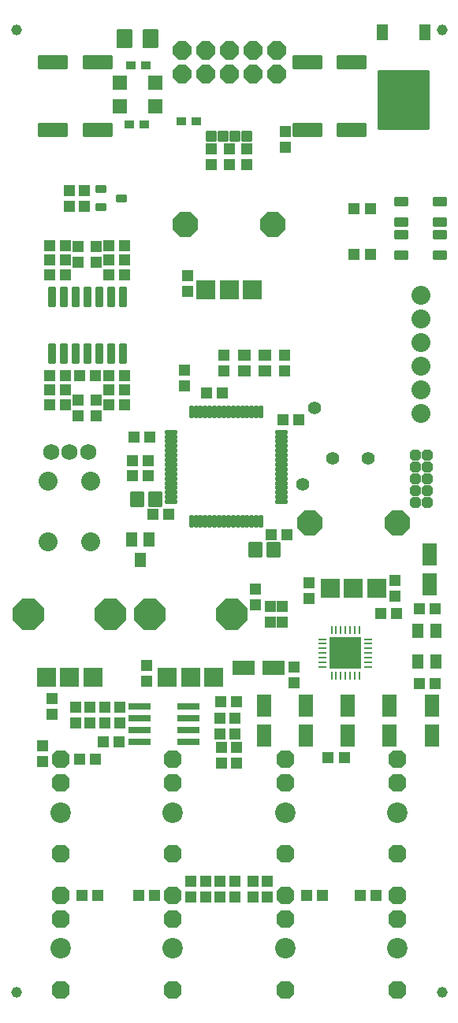
<source format=gbr>
%TF.GenerationSoftware,KiCad,Pcbnew,(6.0.11-0)*%
%TF.CreationDate,2023-05-29T14:14:04+02:00*%
%TF.ProjectId,warps,77617270-732e-46b6-9963-61645f706362,rev?*%
%TF.SameCoordinates,Original*%
%TF.FileFunction,Soldermask,Top*%
%TF.FilePolarity,Negative*%
%FSLAX46Y46*%
G04 Gerber Fmt 4.6, Leading zero omitted, Abs format (unit mm)*
G04 Created by KiCad (PCBNEW (6.0.11-0)) date 2023-05-29 14:14:04*
%MOMM*%
%LPD*%
G01*
G04 APERTURE LIST*
G04 Aperture macros list*
%AMRoundRect*
0 Rectangle with rounded corners*
0 $1 Rounding radius*
0 $2 $3 $4 $5 $6 $7 $8 $9 X,Y pos of 4 corners*
0 Add a 4 corners polygon primitive as box body*
4,1,4,$2,$3,$4,$5,$6,$7,$8,$9,$2,$3,0*
0 Add four circle primitives for the rounded corners*
1,1,$1+$1,$2,$3*
1,1,$1+$1,$4,$5*
1,1,$1+$1,$6,$7*
1,1,$1+$1,$8,$9*
0 Add four rect primitives between the rounded corners*
20,1,$1+$1,$2,$3,$4,$5,0*
20,1,$1+$1,$4,$5,$6,$7,0*
20,1,$1+$1,$6,$7,$8,$9,0*
20,1,$1+$1,$8,$9,$2,$3,0*%
%AMFreePoly0*
4,1,25,0.417216,0.947373,0.422118,0.942882,0.942882,0.422118,0.964910,0.374877,0.965200,0.368236,0.965200,-0.368236,0.947373,-0.417216,0.942882,-0.422118,0.422118,-0.942882,0.374877,-0.964910,0.368236,-0.965200,-0.368236,-0.965200,-0.417216,-0.947373,-0.422118,-0.942882,-0.942882,-0.422118,-0.964910,-0.374877,-0.965200,-0.368236,-0.965200,0.368236,-0.947373,0.417216,-0.942882,0.422118,
-0.422118,0.942882,-0.374877,0.964910,-0.368236,0.965200,0.368236,0.965200,0.417216,0.947373,0.417216,0.947373,$1*%
%AMFreePoly1*
4,1,25,0.706544,1.645873,0.711446,1.641382,1.641382,0.711446,1.663410,0.664205,1.663700,0.657564,1.663700,-0.657564,1.645873,-0.706544,1.641382,-0.711446,0.711446,-1.641382,0.664205,-1.663410,0.657564,-1.663700,-0.657564,-1.663700,-0.706544,-1.645873,-0.711446,-1.641382,-1.641382,-0.711446,-1.663410,-0.664205,-1.663700,-0.657564,-1.663700,0.657564,-1.645873,0.706544,-1.641382,0.711446,
-0.711446,1.641382,-0.664205,1.663410,-0.657564,1.663700,0.657564,1.663700,0.706544,1.645873,0.706544,1.645873,$1*%
%AMFreePoly2*
4,1,25,0.575031,1.328373,0.579933,1.323882,1.323882,0.579933,1.345910,0.532692,1.346200,0.526051,1.346200,-0.526051,1.328373,-0.575031,1.323882,-0.579933,0.579933,-1.323882,0.532692,-1.345910,0.526051,-1.346200,-0.526051,-1.346200,-0.575031,-1.328373,-0.579933,-1.323882,-1.323882,-0.579933,-1.345910,-0.532692,-1.346200,-0.526051,-1.346200,0.526051,-1.328373,0.575031,-1.323882,0.579933,
-0.579933,1.323882,-0.532692,1.345910,-0.526051,1.346200,0.526051,1.346200,0.575031,1.328373,0.575031,1.328373,$1*%
%AMFreePoly3*
4,1,25,0.269922,0.591773,0.274824,0.587282,0.587282,0.274824,0.609310,0.227583,0.609600,0.220942,0.609600,-0.220942,0.591773,-0.269922,0.587282,-0.274824,0.274824,-0.587282,0.227583,-0.609310,0.220942,-0.609600,-0.220942,-0.609600,-0.269922,-0.591773,-0.274824,-0.587282,-0.587282,-0.274824,-0.609310,-0.227583,-0.609600,-0.220942,-0.609600,0.220942,-0.591773,0.269922,-0.587282,0.274824,
-0.274824,0.587282,-0.227583,0.609310,-0.220942,0.609600,0.220942,0.609600,0.269922,0.591773,0.269922,0.591773,$1*%
%AMFreePoly4*
4,1,25,0.438258,0.998173,0.443160,0.993682,0.993682,0.443160,1.015710,0.395919,1.016000,0.389278,1.016000,-0.389278,0.998173,-0.438258,0.993682,-0.443160,0.443160,-0.993682,0.395919,-1.015710,0.389278,-1.016000,-0.389278,-1.016000,-0.438258,-0.998173,-0.443160,-0.993682,-0.993682,-0.443160,-1.015710,-0.395919,-1.016000,-0.389278,-1.016000,0.389278,-0.998173,0.438258,-0.993682,0.443160,
-0.443160,0.993682,-0.395919,1.015710,-0.389278,1.016000,0.389278,1.016000,0.438258,0.998173,0.438258,0.998173,$1*%
G04 Aperture macros list end*
%ADD10R,1.400000X1.200000*%
%ADD11R,1.300000X1.600000*%
%ADD12RoundRect,0.076200X0.150000X0.600000X-0.150000X0.600000X-0.150000X-0.600000X0.150000X-0.600000X0*%
%ADD13RoundRect,0.076200X-0.600000X0.150000X-0.600000X-0.150000X0.600000X-0.150000X0.600000X0.150000X0*%
%ADD14RoundRect,0.076200X-0.150000X-0.600000X0.150000X-0.600000X0.150000X0.600000X-0.150000X0.600000X0*%
%ADD15RoundRect,0.076200X0.600000X-0.150000X0.600000X0.150000X-0.600000X0.150000X-0.600000X-0.150000X0*%
%ADD16RoundRect,0.076200X-0.330200X-1.016000X0.330200X-1.016000X0.330200X1.016000X-0.330200X1.016000X0*%
%ADD17RoundRect,0.076200X0.675000X0.400000X-0.675000X0.400000X-0.675000X-0.400000X0.675000X-0.400000X0*%
%ADD18RoundRect,0.076200X0.500000X-0.550000X0.500000X0.550000X-0.500000X0.550000X-0.500000X-0.550000X0*%
%ADD19RoundRect,0.076200X-1.100000X0.300000X-1.100000X-0.300000X1.100000X-0.300000X1.100000X0.300000X0*%
%ADD20RoundRect,0.076200X0.550000X0.500000X-0.550000X0.500000X-0.550000X-0.500000X0.550000X-0.500000X0*%
%ADD21RoundRect,0.076200X-0.550000X0.500000X-0.550000X-0.500000X0.550000X-0.500000X0.550000X0.500000X0*%
%ADD22RoundRect,0.076200X0.550000X-0.500000X0.550000X0.500000X-0.550000X0.500000X-0.550000X-0.500000X0*%
%ADD23RoundRect,0.076200X1.500000X0.700000X-1.500000X0.700000X-1.500000X-0.700000X1.500000X-0.700000X0*%
%ADD24RoundRect,0.076200X-0.500000X0.550000X-0.500000X-0.550000X0.500000X-0.550000X0.500000X0.550000X0*%
%ADD25RoundRect,0.076200X-0.500000X-0.550000X0.500000X-0.550000X0.500000X0.550000X-0.500000X0.550000X0*%
%ADD26RoundRect,0.711200X0.000000X0.000000X0.000000X0.000000X0.000000X0.000000X0.000000X0.000000X0*%
%ADD27C,1.752400*%
%ADD28C,2.200000*%
%ADD29FreePoly0,180.000000*%
%ADD30RoundRect,0.076200X0.700000X0.700000X-0.700000X0.700000X-0.700000X-0.700000X0.700000X-0.700000X0*%
%ADD31RoundRect,0.076200X0.800000X0.901500X-0.800000X0.901500X-0.800000X-0.901500X0.800000X-0.901500X0*%
%ADD32RoundRect,0.062500X-0.062500X0.337500X-0.062500X-0.337500X0.062500X-0.337500X0.062500X0.337500X0*%
%ADD33RoundRect,0.062500X-0.337500X0.062500X-0.337500X-0.062500X0.337500X-0.062500X0.337500X0.062500X0*%
%ADD34R,3.350000X3.350000*%
%ADD35RoundRect,0.076200X-0.550000X-0.500000X0.550000X-0.500000X0.550000X0.500000X-0.550000X0.500000X0*%
%ADD36RoundRect,0.076200X0.500000X0.550000X-0.500000X0.550000X-0.500000X-0.550000X0.500000X-0.550000X0*%
%ADD37RoundRect,0.076200X0.939800X-0.939800X0.939800X0.939800X-0.939800X0.939800X-0.939800X-0.939800X0*%
%ADD38FreePoly1,90.000000*%
%ADD39RoundRect,0.576200X0.000000X0.000000X0.000000X0.000000X0.000000X0.000000X0.000000X0.000000X0*%
%ADD40RoundRect,0.076200X0.650000X0.750000X-0.650000X0.750000X-0.650000X-0.750000X0.650000X-0.750000X0*%
%ADD41RoundRect,0.076200X-0.650000X-0.750000X0.650000X-0.750000X0.650000X0.750000X-0.650000X0.750000X0*%
%ADD42RoundRect,0.076200X0.700000X-1.100000X0.700000X1.100000X-0.700000X1.100000X-0.700000X-1.100000X0*%
%ADD43RoundRect,0.076200X-1.100000X-0.700000X1.100000X-0.700000X1.100000X0.700000X-1.100000X0.700000X0*%
%ADD44FreePoly2,90.000000*%
%ADD45RoundRect,0.076200X-0.700000X1.100000X-0.700000X-1.100000X0.700000X-1.100000X0.700000X1.100000X0*%
%ADD46RoundRect,0.076200X0.500000X0.700000X-0.500000X0.700000X-0.500000X-0.700000X0.500000X-0.700000X0*%
%ADD47RoundRect,0.076200X-0.500000X0.350000X-0.500000X-0.350000X0.500000X-0.350000X0.500000X0.350000X0*%
%ADD48RoundRect,0.076200X-0.503200X0.503200X-0.503200X-0.503200X0.503200X-0.503200X0.503200X0.503200X0*%
%ADD49C,2.032000*%
%ADD50RoundRect,0.076200X0.425000X0.350000X-0.425000X0.350000X-0.425000X-0.350000X0.425000X-0.350000X0*%
%ADD51RoundRect,0.076200X0.500000X0.800000X-0.500000X0.800000X-0.500000X-0.800000X0.500000X-0.800000X0*%
%ADD52RoundRect,0.076200X2.700000X3.100000X-2.700000X3.100000X-2.700000X-3.100000X2.700000X-3.100000X0*%
%ADD53RoundRect,0.076200X-0.675000X-0.400000X0.675000X-0.400000X0.675000X0.400000X-0.675000X0.400000X0*%
%ADD54RoundRect,0.076200X-0.425000X-0.350000X0.425000X-0.350000X0.425000X0.350000X-0.425000X0.350000X0*%
%ADD55RoundRect,0.076200X-0.700000X-0.700000X0.700000X-0.700000X0.700000X0.700000X-0.700000X0.700000X0*%
%ADD56FreePoly3,270.000000*%
%ADD57FreePoly4,0.000000*%
G04 APERTURE END LIST*
D10*
%TO.C,Q1*%
X150100000Y-89932843D03*
X152300000Y-89932843D03*
X152300000Y-88232843D03*
X150100000Y-88232843D03*
%TD*%
D11*
%TO.C,Q2*%
X168750000Y-117850000D03*
X168750000Y-121150000D03*
X170750000Y-121150000D03*
X170750000Y-117850000D03*
%TD*%
D12*
%TO.C,IC4*%
X151933600Y-94304700D03*
X151433600Y-94304700D03*
X150933600Y-94304700D03*
X150433600Y-94304700D03*
X149933600Y-94304700D03*
X149433600Y-94304700D03*
X148933600Y-94304700D03*
X148433600Y-94304700D03*
X147933600Y-94304700D03*
X147433600Y-94304700D03*
X146933600Y-94304700D03*
X146433600Y-94304700D03*
X145933600Y-94304700D03*
X145433600Y-94304700D03*
X144933600Y-94304700D03*
X144433600Y-94304700D03*
D13*
X142272600Y-96491100D03*
X142272600Y-96991100D03*
X142272600Y-97491100D03*
X142272600Y-97991100D03*
X142272600Y-98491100D03*
X142272600Y-98991100D03*
X142272600Y-99491100D03*
X142272600Y-99991100D03*
X142272600Y-100491100D03*
X142272600Y-100991100D03*
X142272600Y-101491100D03*
X142272600Y-101991100D03*
X142272600Y-102491100D03*
X142272600Y-102991100D03*
X142272600Y-103491100D03*
X142272600Y-103991100D03*
D14*
X144433600Y-106126700D03*
X144933600Y-106126700D03*
X145433600Y-106126700D03*
X145933600Y-106126700D03*
X146433600Y-106126700D03*
X146933600Y-106126700D03*
X147433600Y-106126700D03*
X147933600Y-106126700D03*
X148433600Y-106126700D03*
X148933600Y-106126700D03*
X149433600Y-106126700D03*
X149933600Y-106126700D03*
X150433600Y-106126700D03*
X150933600Y-106126700D03*
X151433600Y-106126700D03*
X151933600Y-106126700D03*
D15*
X154120000Y-103991100D03*
X154120000Y-103491100D03*
X154120000Y-102991100D03*
X154120000Y-102491100D03*
X154120000Y-101991100D03*
X154120000Y-101491100D03*
X154120000Y-100991100D03*
X154120000Y-100491100D03*
X154120000Y-99991100D03*
X154120000Y-99491100D03*
X154120000Y-98991100D03*
X154120000Y-98491100D03*
X154120000Y-97991100D03*
X154120000Y-97491100D03*
X154120000Y-96991100D03*
X154120000Y-96491100D03*
%TD*%
D16*
%TO.C,IC3*%
X129451100Y-88074500D03*
X130721100Y-88074500D03*
X131991100Y-88074500D03*
X133261100Y-88074500D03*
X134531100Y-88074500D03*
X135801100Y-88074500D03*
X137071100Y-88074500D03*
X137071100Y-81927700D03*
X135801100Y-81927700D03*
X134531100Y-81927700D03*
X133261100Y-81927700D03*
X131991100Y-81927700D03*
X130721100Y-81927700D03*
X129451100Y-81927700D03*
%TD*%
D17*
%TO.C,SW1*%
X171175000Y-71700000D03*
X167025000Y-71700000D03*
X171175000Y-73900000D03*
X167025000Y-73900000D03*
%TD*%
D18*
%TO.C,C38*%
X147500000Y-128925000D03*
X147500000Y-127225000D03*
%TD*%
D19*
%TO.C,IC6*%
X138916100Y-125958600D03*
X138916100Y-127228600D03*
X138916100Y-128498600D03*
X138916100Y-129768600D03*
X144116100Y-129768600D03*
X144116100Y-128498600D03*
X144116100Y-127228600D03*
X144116100Y-125958600D03*
%TD*%
D20*
%TO.C,C20*%
X142048600Y-105321100D03*
X140348600Y-105321100D03*
%TD*%
D21*
%TO.C,R25*%
X151358500Y-113361000D03*
X151358500Y-115061000D03*
%TD*%
D22*
%TO.C,R20*%
X134213600Y-94741100D03*
X134213600Y-93041100D03*
%TD*%
D23*
%TO.C,C1*%
X129591100Y-56743600D03*
X134391100Y-56743600D03*
%TD*%
D24*
%TO.C,C5*%
X154533600Y-64148600D03*
X154533600Y-65848600D03*
%TD*%
%TO.C,C10*%
X147947309Y-88250000D03*
X147947309Y-89950000D03*
%TD*%
D25*
%TO.C,R18*%
X135586100Y-93573600D03*
X137286100Y-93573600D03*
%TD*%
D26*
%TO.C,TP2*%
X159613600Y-99288600D03*
%TD*%
D27*
%TO.C,LED2*%
X129356100Y-98653600D03*
X131356100Y-98653600D03*
X133356100Y-98653600D03*
%TD*%
D21*
%TO.C,R32*%
X128498600Y-130188600D03*
X128498600Y-131888600D03*
%TD*%
%TO.C,R6*%
X131356100Y-70498600D03*
X131356100Y-72198600D03*
%TD*%
D26*
%TO.C,TP1*%
X157708600Y-93891100D03*
%TD*%
D28*
%TO.C,J2*%
X142468600Y-137388600D03*
D29*
X142468600Y-131673600D03*
X142468600Y-134213600D03*
X142468600Y-141833600D03*
%TD*%
D25*
%TO.C,R9*%
X135586100Y-76428600D03*
X137286100Y-76428600D03*
%TD*%
D30*
%TO.C,D2*%
X136758600Y-61506100D03*
X140558600Y-61506100D03*
%TD*%
D24*
%TO.C,C31*%
X139611100Y-121616100D03*
X139611100Y-123316100D03*
%TD*%
D22*
%TO.C,R5*%
X150406100Y-67753600D03*
X150406100Y-66053600D03*
%TD*%
D31*
%TO.C,R1*%
X140080600Y-54203600D03*
X137236600Y-54203600D03*
%TD*%
D32*
%TO.C,IC5*%
X162500000Y-117800000D03*
X162000000Y-117800000D03*
X161500000Y-117800000D03*
X161000000Y-117800000D03*
X160500000Y-117800000D03*
X160000000Y-117800000D03*
X159500000Y-117800000D03*
D33*
X158550000Y-118750000D03*
X158550000Y-119250000D03*
X158550000Y-119750000D03*
X158550000Y-120250000D03*
X158550000Y-120750000D03*
X158550000Y-121250000D03*
X158550000Y-121750000D03*
D32*
X159500000Y-122700000D03*
X160000000Y-122700000D03*
X160500000Y-122700000D03*
X161000000Y-122700000D03*
X161500000Y-122700000D03*
X162000000Y-122700000D03*
X162500000Y-122700000D03*
D33*
X163450000Y-121750000D03*
X163450000Y-121250000D03*
X163450000Y-120750000D03*
X163450000Y-120250000D03*
X163450000Y-119750000D03*
X163450000Y-119250000D03*
X163450000Y-118750000D03*
D34*
X161000000Y-120250000D03*
%TD*%
D20*
%TO.C,C26*%
X170600000Y-115500000D03*
X168900000Y-115500000D03*
%TD*%
D35*
%TO.C,C40*%
X134951100Y-129768600D03*
X136651100Y-129768600D03*
%TD*%
D28*
%TO.C,J3*%
X154533600Y-137388600D03*
D29*
X154533600Y-131673600D03*
X154533600Y-134213600D03*
X154533600Y-141833600D03*
%TD*%
D21*
%TO.C,R33*%
X147700000Y-130400000D03*
X147700000Y-132100000D03*
%TD*%
D35*
%TO.C,C21*%
X152985100Y-107543600D03*
X154685100Y-107543600D03*
%TD*%
D21*
%TO.C,R30*%
X135166100Y-126061100D03*
X135166100Y-127761100D03*
%TD*%
D35*
%TO.C,C42*%
X159150000Y-131500000D03*
X160850000Y-131500000D03*
%TD*%
D18*
%TO.C,C15*%
X143738600Y-91566100D03*
X143738600Y-89866100D03*
%TD*%
D36*
%TO.C,R16*%
X137286100Y-91986100D03*
X135586100Y-91986100D03*
%TD*%
D24*
%TO.C,C30*%
X155500000Y-121750000D03*
X155500000Y-123450000D03*
%TD*%
D35*
%TO.C,C24*%
X164750000Y-116000000D03*
X166450000Y-116000000D03*
%TD*%
%TO.C,C14*%
X135586100Y-90398600D03*
X137286100Y-90398600D03*
%TD*%
D24*
%TO.C,C25*%
X166281100Y-112408600D03*
X166281100Y-114108600D03*
%TD*%
D35*
%TO.C,C41*%
X168900000Y-123500000D03*
X170600000Y-123500000D03*
%TD*%
D23*
%TO.C,C4*%
X156896100Y-64046100D03*
X161696100Y-64046100D03*
%TD*%
D22*
%TO.C,R24*%
X157073700Y-114426000D03*
X157073700Y-112726000D03*
%TD*%
D21*
%TO.C,R31*%
X149087500Y-127225000D03*
X149087500Y-128925000D03*
%TD*%
D37*
%TO.C,R26*%
X133856100Y-122816100D03*
X131356100Y-122816100D03*
X128856100Y-122816100D03*
D38*
X135756100Y-116116100D03*
X126956100Y-116116100D03*
%TD*%
D39*
%TO.C,F4*%
X171361100Y-156756100D03*
%TD*%
D36*
%TO.C,R2*%
X163650000Y-72500000D03*
X161950000Y-72500000D03*
%TD*%
D28*
%TO.C,J6*%
X142468600Y-151993600D03*
D29*
X142468600Y-146278600D03*
X142468600Y-148818600D03*
X142468600Y-156438600D03*
%TD*%
D36*
%TO.C,R41*%
X140461100Y-146278600D03*
X138761100Y-146278600D03*
%TD*%
D35*
%TO.C,C34*%
X147602500Y-125500000D03*
X149302500Y-125500000D03*
%TD*%
D36*
%TO.C,R43*%
X164273600Y-146278600D03*
X162573600Y-146278600D03*
%TD*%
D35*
%TO.C,C13*%
X132411100Y-90398600D03*
X134111100Y-90398600D03*
%TD*%
D36*
%TO.C,R17*%
X130936100Y-93573600D03*
X129236100Y-93573600D03*
%TD*%
D40*
%TO.C,C19*%
X140561100Y-103733600D03*
X138661100Y-103733600D03*
%TD*%
D20*
%TO.C,C12*%
X130936100Y-90398600D03*
X129236100Y-90398600D03*
%TD*%
D21*
%TO.C,R37*%
X147548600Y-144793600D03*
X147548600Y-146493600D03*
%TD*%
D41*
%TO.C,C22*%
X151361100Y-109131100D03*
X153261100Y-109131100D03*
%TD*%
D36*
%TO.C,R8*%
X130936100Y-76428600D03*
X129236100Y-76428600D03*
%TD*%
D42*
%TO.C,C39*%
X156750000Y-125900000D03*
X156750000Y-129100000D03*
%TD*%
D23*
%TO.C,C2*%
X156896100Y-56743600D03*
X161696100Y-56743600D03*
%TD*%
D25*
%TO.C,R12*%
X129236100Y-78016100D03*
X130936100Y-78016100D03*
%TD*%
D24*
%TO.C,C44*%
X144373600Y-144793600D03*
X144373600Y-146493600D03*
%TD*%
%TO.C,C27*%
X152946100Y-115266100D03*
X152946100Y-116966100D03*
%TD*%
D28*
%TO.C,J1*%
X130403600Y-137388600D03*
D29*
X130403600Y-131673600D03*
X130403600Y-134213600D03*
X130403600Y-141833600D03*
%TD*%
D21*
%TO.C,R38*%
X149136100Y-144793600D03*
X149136100Y-146493600D03*
%TD*%
D24*
%TO.C,C45*%
X152628600Y-144793600D03*
X152628600Y-146493600D03*
%TD*%
D35*
%TO.C,C17*%
X154318600Y-95161000D03*
X156018600Y-95161000D03*
%TD*%
D43*
%TO.C,C29*%
X153276100Y-121831100D03*
X150076100Y-121831100D03*
%TD*%
D25*
%TO.C,R35*%
X132411100Y-131673600D03*
X134111100Y-131673600D03*
%TD*%
D37*
%TO.C,R23*%
X164336100Y-113273600D03*
X161836100Y-113273600D03*
X159336100Y-113273600D03*
D44*
X166536100Y-106273600D03*
X157136100Y-106273600D03*
%TD*%
D21*
%TO.C,R34*%
X149287500Y-130400000D03*
X149287500Y-132100000D03*
%TD*%
D18*
%TO.C,C6*%
X132943600Y-72198600D03*
X132943600Y-70498600D03*
%TD*%
%TO.C,C11*%
X154452691Y-89950000D03*
X154452691Y-88250000D03*
%TD*%
D26*
%TO.C,TP4*%
X156438600Y-102146100D03*
%TD*%
D28*
%TO.C,J7*%
X154533600Y-151993600D03*
D29*
X154533600Y-146278600D03*
X154533600Y-148818600D03*
X154533600Y-156438600D03*
%TD*%
D45*
%TO.C,C23*%
X170000000Y-112850000D03*
X170000000Y-109650000D03*
%TD*%
D46*
%TO.C,D3*%
X139926100Y-108031100D03*
X138026100Y-108031100D03*
X138976100Y-110231100D03*
%TD*%
D25*
%TO.C,R42*%
X156858600Y-146278600D03*
X158558600Y-146278600D03*
%TD*%
D22*
%TO.C,R28*%
X131991100Y-127761100D03*
X131991100Y-126061100D03*
%TD*%
D47*
%TO.C,IC2*%
X134701100Y-70398600D03*
X134701100Y-72298600D03*
X136901100Y-71348600D03*
%TD*%
D28*
%TO.C,J4*%
X166598600Y-137388600D03*
D29*
X166598600Y-131673600D03*
X166598600Y-134213600D03*
X166598600Y-141833600D03*
%TD*%
D26*
%TO.C,TP3*%
X163423600Y-99288600D03*
%TD*%
D21*
%TO.C,R10*%
X132308600Y-76531100D03*
X132308600Y-78231100D03*
%TD*%
D48*
%TO.C,LED1*%
X149136100Y-64681100D03*
X147866100Y-64681100D03*
X150406100Y-64681100D03*
X146596100Y-64681100D03*
%TD*%
D20*
%TO.C,C18*%
X139953100Y-97066000D03*
X138253100Y-97066000D03*
%TD*%
D28*
%TO.C,J5*%
X130403600Y-151993600D03*
D29*
X130403600Y-146278600D03*
X130403600Y-148818600D03*
X130403600Y-156438600D03*
%TD*%
D23*
%TO.C,C3*%
X129591100Y-64046100D03*
X134391100Y-64046100D03*
%TD*%
D24*
%TO.C,C9*%
X144056100Y-79706100D03*
X144056100Y-81406100D03*
%TD*%
D25*
%TO.C,R15*%
X129236100Y-91986100D03*
X130936100Y-91986100D03*
%TD*%
D49*
%TO.C,SW3*%
X129095500Y-108254800D03*
X129095500Y-101752400D03*
X133616700Y-108254800D03*
X133616700Y-101752400D03*
%TD*%
D50*
%TO.C,L2*%
X144956100Y-63093600D03*
X143356100Y-63093600D03*
%TD*%
D36*
%TO.C,R22*%
X139826100Y-101193600D03*
X138126100Y-101193600D03*
%TD*%
D24*
%TO.C,C28*%
X154216100Y-115266100D03*
X154216100Y-116966100D03*
%TD*%
D51*
%TO.C,IC1*%
X169513600Y-53531100D03*
X164953600Y-53531100D03*
D52*
X167233600Y-60831100D03*
%TD*%
D22*
%TO.C,R39*%
X151041100Y-146493600D03*
X151041100Y-144793600D03*
%TD*%
D35*
%TO.C,C16*%
X146063600Y-92303600D03*
X147763600Y-92303600D03*
%TD*%
D50*
%TO.C,L1*%
X139558600Y-57061100D03*
X137958600Y-57061100D03*
%TD*%
D36*
%TO.C,R21*%
X139826100Y-99606100D03*
X138126100Y-99606100D03*
%TD*%
D25*
%TO.C,R40*%
X132728600Y-146278600D03*
X134428600Y-146278600D03*
%TD*%
D42*
%TO.C,C43*%
X165750000Y-125900000D03*
X165750000Y-129100000D03*
%TD*%
D22*
%TO.C,R3*%
X146596100Y-67753600D03*
X146596100Y-66053600D03*
%TD*%
D36*
%TO.C,R13*%
X137286100Y-78016100D03*
X135586100Y-78016100D03*
%TD*%
D28*
%TO.C,J8*%
X166598600Y-151993600D03*
D29*
X166598600Y-146278600D03*
X166598600Y-148818600D03*
X166598600Y-156438600D03*
%TD*%
D39*
%TO.C,F1*%
X125641100Y-53251100D03*
%TD*%
D42*
%TO.C,C36*%
X161250000Y-125900000D03*
X161250000Y-129100000D03*
%TD*%
D37*
%TO.C,R27*%
X146873600Y-122816100D03*
X144373600Y-122816100D03*
X141873600Y-122816100D03*
D38*
X148773600Y-116116100D03*
X139973600Y-116116100D03*
%TD*%
D22*
%TO.C,R29*%
X133578600Y-127761100D03*
X133578600Y-126061100D03*
%TD*%
D35*
%TO.C,C8*%
X135586100Y-79603600D03*
X137286100Y-79603600D03*
%TD*%
D53*
%TO.C,SW2*%
X167025000Y-77500000D03*
X171175000Y-77500000D03*
X167025000Y-75300000D03*
X171175000Y-75300000D03*
%TD*%
D20*
%TO.C,C7*%
X130936100Y-79603600D03*
X129236100Y-79603600D03*
%TD*%
D42*
%TO.C,C32*%
X152250000Y-125900000D03*
X152250000Y-129100000D03*
%TD*%
D22*
%TO.C,R19*%
X132308600Y-94741100D03*
X132308600Y-93041100D03*
%TD*%
D54*
%TO.C,L3*%
X137758600Y-63411100D03*
X139358600Y-63411100D03*
%TD*%
D37*
%TO.C,R7*%
X151001100Y-81206100D03*
X148501100Y-81206100D03*
X146001100Y-81206100D03*
D44*
X153201100Y-74206100D03*
X143801100Y-74206100D03*
%TD*%
D39*
%TO.C,F3*%
X125641100Y-156756100D03*
%TD*%
D55*
%TO.C,D1*%
X140558600Y-58966100D03*
X136758600Y-58966100D03*
%TD*%
D21*
%TO.C,R11*%
X134213600Y-76531100D03*
X134213600Y-78231100D03*
%TD*%
D22*
%TO.C,R36*%
X145961100Y-146493600D03*
X145961100Y-144793600D03*
%TD*%
D42*
%TO.C,C37*%
X170250000Y-125900000D03*
X170250000Y-129100000D03*
%TD*%
D22*
%TO.C,R4*%
X148501100Y-67753600D03*
X148501100Y-66053600D03*
%TD*%
D39*
%TO.C,F2*%
X171361100Y-53251100D03*
%TD*%
D18*
%TO.C,C35*%
X136753600Y-127761100D03*
X136753600Y-126061100D03*
%TD*%
D25*
%TO.C,R14*%
X161950000Y-77400000D03*
X163650000Y-77400000D03*
%TD*%
D24*
%TO.C,C33*%
X129451100Y-125108600D03*
X129451100Y-126808600D03*
%TD*%
D56*
%TO.C,JP1*%
X169773600Y-98971100D03*
X168503600Y-98971100D03*
X169773600Y-100241100D03*
X168503600Y-100241100D03*
X169773600Y-101511100D03*
X168503600Y-101511100D03*
X169773600Y-102781100D03*
X168503600Y-102781100D03*
X169773600Y-104051100D03*
X168503600Y-104051100D03*
%TD*%
D57*
%TO.C,JP3*%
X143421100Y-55473600D03*
X143421100Y-58013600D03*
X145961100Y-55473600D03*
X145961100Y-58013600D03*
X148501100Y-55473600D03*
X148501100Y-58013600D03*
X151041100Y-55473600D03*
X151041100Y-58013600D03*
X153581100Y-55473600D03*
X153581100Y-58013600D03*
%TD*%
D49*
%TO.C,JP2*%
X169138600Y-81826100D03*
X169138600Y-84366100D03*
X169138600Y-86906100D03*
X169138600Y-89446100D03*
X169138600Y-91986100D03*
X169138600Y-94526100D03*
%TD*%
M02*

</source>
